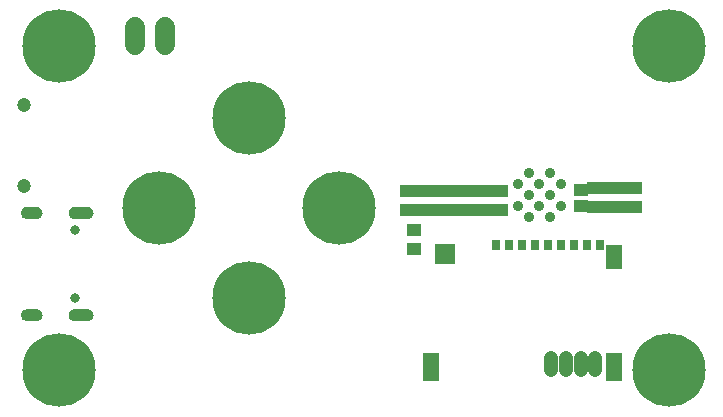
<source format=gbr>
G04 EAGLE Gerber RS-274X export*
G75*
%MOMM*%
%FSLAX34Y34*%
%LPD*%
%INSoldermask Bottom*%
%IPPOS*%
%AMOC8*
5,1,8,0,0,1.08239X$1,22.5*%
G01*
%ADD10C,0.911200*%
%ADD11C,1.203200*%
%ADD12C,0.803200*%
%ADD13C,1.727200*%
%ADD14C,6.203200*%
%ADD15R,0.703200X0.953200*%
%ADD16R,1.403200X2.003200*%
%ADD17R,1.403200X2.403200*%
%ADD18R,1.803200X1.703200*%
%ADD19R,1.153200X1.103200*%
%ADD20R,1.153200X1.003200*%
%ADD21R,1.143200X1.003200*%
%ADD22C,1.219200*%

G36*
X205953Y488913D02*
X205953Y488913D01*
X205956Y488911D01*
X207068Y489036D01*
X207074Y489042D01*
X207079Y489039D01*
X208136Y489409D01*
X208140Y489416D01*
X208146Y489413D01*
X209094Y490009D01*
X209097Y490017D01*
X209102Y490016D01*
X209894Y490808D01*
X209895Y490816D01*
X209901Y490816D01*
X210497Y491764D01*
X210496Y491773D01*
X210501Y491774D01*
X210871Y492831D01*
X210870Y492835D01*
X210872Y492837D01*
X210870Y492840D01*
X210874Y492842D01*
X210999Y493955D01*
X210995Y493961D01*
X210999Y493965D01*
X210886Y495068D01*
X210880Y495074D01*
X210884Y495079D01*
X210528Y496128D01*
X210521Y496133D01*
X210523Y496138D01*
X209943Y497083D01*
X209936Y497086D01*
X209936Y497092D01*
X209161Y497883D01*
X209152Y497885D01*
X209152Y497890D01*
X208219Y498490D01*
X208211Y498489D01*
X208210Y498494D01*
X207167Y498871D01*
X207159Y498869D01*
X207156Y498874D01*
X206056Y499009D01*
X206053Y499007D01*
X206052Y499007D01*
X206050Y499009D01*
X195050Y499009D01*
X195047Y499007D01*
X195045Y499009D01*
X193920Y498894D01*
X193914Y498888D01*
X193909Y498891D01*
X192838Y498528D01*
X192834Y498521D01*
X192828Y498524D01*
X191865Y497931D01*
X191862Y497924D01*
X191856Y497925D01*
X191048Y497133D01*
X191047Y497125D01*
X191042Y497124D01*
X190430Y496173D01*
X190431Y496167D01*
X190427Y496164D01*
X190427Y496163D01*
X190426Y496163D01*
X190041Y495099D01*
X190044Y495091D01*
X190039Y495088D01*
X189901Y493966D01*
X189905Y493959D01*
X189901Y493955D01*
X190026Y492842D01*
X190032Y492836D01*
X190029Y492831D01*
X190399Y491774D01*
X190406Y491770D01*
X190403Y491764D01*
X190999Y490816D01*
X191007Y490813D01*
X191006Y490808D01*
X191798Y490016D01*
X191806Y490015D01*
X191806Y490009D01*
X192754Y489413D01*
X192763Y489414D01*
X192764Y489409D01*
X193821Y489039D01*
X193829Y489041D01*
X193832Y489036D01*
X194945Y488911D01*
X194948Y488913D01*
X194950Y488911D01*
X205950Y488911D01*
X205953Y488913D01*
G37*
G36*
X205953Y575413D02*
X205953Y575413D01*
X205956Y575411D01*
X207068Y575536D01*
X207074Y575542D01*
X207079Y575539D01*
X208136Y575909D01*
X208140Y575916D01*
X208146Y575913D01*
X209094Y576509D01*
X209097Y576517D01*
X209102Y576516D01*
X209894Y577308D01*
X209895Y577316D01*
X209901Y577316D01*
X210497Y578264D01*
X210496Y578273D01*
X210501Y578274D01*
X210871Y579331D01*
X210870Y579335D01*
X210872Y579337D01*
X210870Y579340D01*
X210874Y579342D01*
X210999Y580455D01*
X210995Y580462D01*
X210999Y580466D01*
X210874Y581578D01*
X210868Y581584D01*
X210871Y581589D01*
X210501Y582646D01*
X210495Y582650D01*
X210497Y582656D01*
X209901Y583604D01*
X209893Y583607D01*
X209894Y583612D01*
X209102Y584404D01*
X209094Y584405D01*
X209094Y584411D01*
X208146Y585007D01*
X208137Y585006D01*
X208136Y585011D01*
X207079Y585381D01*
X207071Y585379D01*
X207068Y585384D01*
X205956Y585509D01*
X205952Y585507D01*
X205950Y585509D01*
X194950Y585509D01*
X194947Y585507D01*
X194946Y585507D01*
X194945Y585509D01*
X193832Y585384D01*
X193826Y585378D01*
X193821Y585381D01*
X192764Y585011D01*
X192760Y585005D01*
X192754Y585007D01*
X191806Y584411D01*
X191803Y584403D01*
X191798Y584404D01*
X191006Y583612D01*
X191005Y583604D01*
X190999Y583604D01*
X190403Y582656D01*
X190404Y582647D01*
X190399Y582646D01*
X190029Y581589D01*
X190031Y581583D01*
X190027Y581580D01*
X190028Y581579D01*
X190026Y581578D01*
X189901Y580466D01*
X189905Y580458D01*
X189901Y580455D01*
X190026Y579342D01*
X190032Y579336D01*
X190029Y579331D01*
X190399Y578274D01*
X190406Y578270D01*
X190403Y578264D01*
X190999Y577316D01*
X191007Y577313D01*
X191006Y577308D01*
X191798Y576516D01*
X191806Y576515D01*
X191806Y576509D01*
X192754Y575913D01*
X192763Y575914D01*
X192764Y575909D01*
X193821Y575539D01*
X193829Y575541D01*
X193832Y575536D01*
X194945Y575411D01*
X194948Y575413D01*
X194950Y575411D01*
X205950Y575411D01*
X205953Y575413D01*
G37*
G36*
X162753Y575413D02*
X162753Y575413D01*
X162756Y575411D01*
X163868Y575536D01*
X163874Y575542D01*
X163879Y575539D01*
X164936Y575909D01*
X164940Y575916D01*
X164946Y575913D01*
X165894Y576509D01*
X165897Y576517D01*
X165902Y576516D01*
X166694Y577308D01*
X166695Y577316D01*
X166701Y577316D01*
X167297Y578264D01*
X167296Y578273D01*
X167301Y578274D01*
X167671Y579331D01*
X167670Y579335D01*
X167672Y579337D01*
X167670Y579340D01*
X167674Y579342D01*
X167799Y580455D01*
X167795Y580462D01*
X167799Y580466D01*
X167674Y581578D01*
X167668Y581584D01*
X167671Y581589D01*
X167301Y582646D01*
X167295Y582650D01*
X167297Y582656D01*
X166701Y583604D01*
X166693Y583607D01*
X166694Y583612D01*
X165902Y584404D01*
X165894Y584405D01*
X165894Y584411D01*
X164946Y585007D01*
X164937Y585006D01*
X164936Y585011D01*
X163879Y585381D01*
X163871Y585379D01*
X163868Y585384D01*
X162756Y585509D01*
X162752Y585507D01*
X162750Y585509D01*
X154750Y585509D01*
X154747Y585507D01*
X154746Y585507D01*
X154745Y585509D01*
X153632Y585384D01*
X153626Y585378D01*
X153621Y585381D01*
X152564Y585011D01*
X152560Y585005D01*
X152554Y585007D01*
X151606Y584411D01*
X151603Y584403D01*
X151598Y584404D01*
X150806Y583612D01*
X150805Y583604D01*
X150799Y583604D01*
X150203Y582656D01*
X150204Y582647D01*
X150199Y582646D01*
X149829Y581589D01*
X149831Y581583D01*
X149827Y581580D01*
X149828Y581579D01*
X149826Y581578D01*
X149701Y580466D01*
X149705Y580458D01*
X149701Y580455D01*
X149826Y579342D01*
X149832Y579336D01*
X149829Y579331D01*
X150199Y578274D01*
X150206Y578270D01*
X150203Y578264D01*
X150799Y577316D01*
X150807Y577313D01*
X150806Y577308D01*
X151598Y576516D01*
X151606Y576515D01*
X151606Y576509D01*
X152554Y575913D01*
X152563Y575914D01*
X152564Y575909D01*
X153621Y575539D01*
X153629Y575541D01*
X153632Y575536D01*
X154745Y575411D01*
X154748Y575413D01*
X154750Y575411D01*
X162750Y575411D01*
X162753Y575413D01*
G37*
G36*
X162753Y488913D02*
X162753Y488913D01*
X162756Y488911D01*
X163868Y489036D01*
X163874Y489042D01*
X163879Y489039D01*
X164936Y489409D01*
X164940Y489416D01*
X164946Y489413D01*
X165894Y490009D01*
X165897Y490017D01*
X165902Y490016D01*
X166694Y490808D01*
X166695Y490816D01*
X166701Y490816D01*
X167297Y491764D01*
X167296Y491773D01*
X167301Y491774D01*
X167671Y492831D01*
X167670Y492835D01*
X167672Y492837D01*
X167670Y492840D01*
X167674Y492842D01*
X167799Y493955D01*
X167795Y493962D01*
X167799Y493966D01*
X167674Y495078D01*
X167668Y495084D01*
X167671Y495089D01*
X167301Y496146D01*
X167295Y496150D01*
X167297Y496156D01*
X166701Y497104D01*
X166693Y497107D01*
X166694Y497112D01*
X165902Y497904D01*
X165894Y497905D01*
X165894Y497911D01*
X164946Y498507D01*
X164937Y498506D01*
X164936Y498511D01*
X163879Y498881D01*
X163871Y498879D01*
X163868Y498884D01*
X162756Y499009D01*
X162752Y499007D01*
X162750Y499009D01*
X154750Y499009D01*
X154747Y499007D01*
X154746Y499007D01*
X154745Y499009D01*
X153632Y498884D01*
X153626Y498878D01*
X153621Y498881D01*
X152564Y498511D01*
X152560Y498505D01*
X152554Y498507D01*
X151606Y497911D01*
X151603Y497903D01*
X151598Y497904D01*
X150806Y497112D01*
X150805Y497104D01*
X150799Y497104D01*
X150203Y496156D01*
X150204Y496147D01*
X150199Y496146D01*
X149829Y495089D01*
X149831Y495083D01*
X149827Y495080D01*
X149828Y495079D01*
X149826Y495078D01*
X149701Y493966D01*
X149705Y493958D01*
X149701Y493955D01*
X149826Y492842D01*
X149832Y492836D01*
X149829Y492831D01*
X150199Y491774D01*
X150206Y491770D01*
X150203Y491764D01*
X150799Y490816D01*
X150807Y490813D01*
X150806Y490808D01*
X151598Y490016D01*
X151606Y490015D01*
X151606Y490009D01*
X152554Y489413D01*
X152563Y489414D01*
X152564Y489409D01*
X153621Y489039D01*
X153629Y489041D01*
X153632Y489036D01*
X154745Y488911D01*
X154748Y488913D01*
X154750Y488911D01*
X162750Y488911D01*
X162753Y488913D01*
G37*
D10*
X606820Y604645D03*
X606820Y586295D03*
X597645Y613820D03*
X597645Y595470D03*
X597645Y577120D03*
X588470Y604645D03*
X588470Y586295D03*
X579295Y613820D03*
X579295Y595470D03*
X579295Y577120D03*
X570120Y604645D03*
X570120Y586295D03*
D11*
X152400Y671540D03*
X152400Y603540D03*
D12*
X195550Y566110D03*
X195550Y508310D03*
D13*
X246380Y722630D02*
X246380Y737870D01*
X271780Y737870D02*
X271780Y722630D01*
D14*
X342900Y508000D03*
X419100Y584200D03*
X342900Y660400D03*
X266700Y584200D03*
X181610Y447040D03*
X698500Y447040D03*
X181610Y721360D03*
X698500Y721360D03*
D15*
X639450Y553430D03*
X628450Y553430D03*
X617450Y553430D03*
X606450Y553430D03*
X595450Y553430D03*
X584450Y553430D03*
X573450Y553430D03*
X562450Y553430D03*
X551450Y553430D03*
D16*
X651450Y543180D03*
D17*
X651450Y450180D03*
D18*
X508200Y545680D03*
D17*
X496450Y450180D03*
D19*
X476250Y582550D03*
X476250Y598550D03*
X499110Y582550D03*
X499110Y598550D03*
X510540Y582550D03*
X510540Y598550D03*
X544830Y582550D03*
X544830Y598550D03*
X635000Y585090D03*
X635000Y601090D03*
X657860Y585090D03*
X657860Y601090D03*
D20*
X669290Y585090D03*
X669290Y601090D03*
X646430Y585090D03*
X646430Y601090D03*
X556260Y582550D03*
X556260Y598550D03*
X533400Y582550D03*
X533400Y598550D03*
X521970Y582550D03*
X521970Y598550D03*
X487680Y582550D03*
X487680Y598550D03*
X482600Y565530D03*
X482600Y549530D03*
D21*
X623570Y586390D03*
X623570Y599790D03*
D22*
X598470Y457200D02*
X598470Y447040D01*
X610970Y447040D02*
X610970Y457200D01*
X623470Y457200D02*
X623470Y447040D01*
X635970Y447040D02*
X635970Y457200D01*
M02*

</source>
